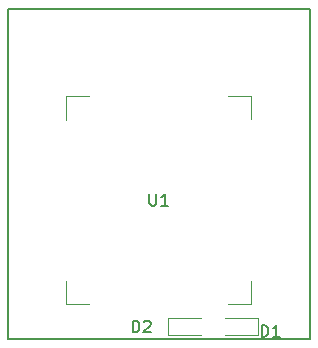
<source format=gbr>
G04 #@! TF.FileFunction,Legend,Top*
%FSLAX46Y46*%
G04 Gerber Fmt 4.6, Leading zero omitted, Abs format (unit mm)*
G04 Created by KiCad (PCBNEW 4.0.5) date 04/10/19 11:23:34*
%MOMM*%
%LPD*%
G01*
G04 APERTURE LIST*
%ADD10C,0.100000*%
%ADD11C,0.150000*%
%ADD12C,0.120000*%
G04 APERTURE END LIST*
D10*
D11*
X138711000Y-62735000D02*
X164241000Y-62735000D01*
X138711000Y-90675000D02*
X138711000Y-62735000D01*
X164241000Y-90675000D02*
X138711000Y-90675000D01*
X164241000Y-62735000D02*
X164241000Y-90675000D01*
D12*
X159851000Y-90345000D02*
X159851000Y-88945000D01*
X159851000Y-88945000D02*
X157051000Y-88945000D01*
X159851000Y-90345000D02*
X157051000Y-90345000D01*
X152241000Y-88945000D02*
X152241000Y-90345000D01*
X152241000Y-90345000D02*
X155041000Y-90345000D01*
X152241000Y-88945000D02*
X155041000Y-88945000D01*
X159271000Y-70145000D02*
X159271000Y-72095000D01*
X159271000Y-70145000D02*
X157271000Y-70145000D01*
X143571000Y-70145000D02*
X145571000Y-70145000D01*
X143571000Y-70145000D02*
X143571000Y-72145000D01*
X143571000Y-87745000D02*
X145571000Y-87745000D01*
X143571000Y-87745000D02*
X143571000Y-85795000D01*
X159271000Y-87745000D02*
X159271000Y-85795000D01*
X159271000Y-87745000D02*
X157271000Y-87745000D01*
D11*
X160142905Y-90507381D02*
X160142905Y-89507381D01*
X160381000Y-89507381D01*
X160523858Y-89555000D01*
X160619096Y-89650238D01*
X160666715Y-89745476D01*
X160714334Y-89935952D01*
X160714334Y-90078810D01*
X160666715Y-90269286D01*
X160619096Y-90364524D01*
X160523858Y-90459762D01*
X160381000Y-90507381D01*
X160142905Y-90507381D01*
X161666715Y-90507381D02*
X161095286Y-90507381D01*
X161381000Y-90507381D02*
X161381000Y-89507381D01*
X161285762Y-89650238D01*
X161190524Y-89745476D01*
X161095286Y-89793095D01*
X149212905Y-90137381D02*
X149212905Y-89137381D01*
X149451000Y-89137381D01*
X149593858Y-89185000D01*
X149689096Y-89280238D01*
X149736715Y-89375476D01*
X149784334Y-89565952D01*
X149784334Y-89708810D01*
X149736715Y-89899286D01*
X149689096Y-89994524D01*
X149593858Y-90089762D01*
X149451000Y-90137381D01*
X149212905Y-90137381D01*
X150165286Y-89232619D02*
X150212905Y-89185000D01*
X150308143Y-89137381D01*
X150546239Y-89137381D01*
X150641477Y-89185000D01*
X150689096Y-89232619D01*
X150736715Y-89327857D01*
X150736715Y-89423095D01*
X150689096Y-89565952D01*
X150117667Y-90137381D01*
X150736715Y-90137381D01*
X150649095Y-78397381D02*
X150649095Y-79206905D01*
X150696714Y-79302143D01*
X150744333Y-79349762D01*
X150839571Y-79397381D01*
X151030048Y-79397381D01*
X151125286Y-79349762D01*
X151172905Y-79302143D01*
X151220524Y-79206905D01*
X151220524Y-78397381D01*
X152220524Y-79397381D02*
X151649095Y-79397381D01*
X151934809Y-79397381D02*
X151934809Y-78397381D01*
X151839571Y-78540238D01*
X151744333Y-78635476D01*
X151649095Y-78683095D01*
M02*

</source>
